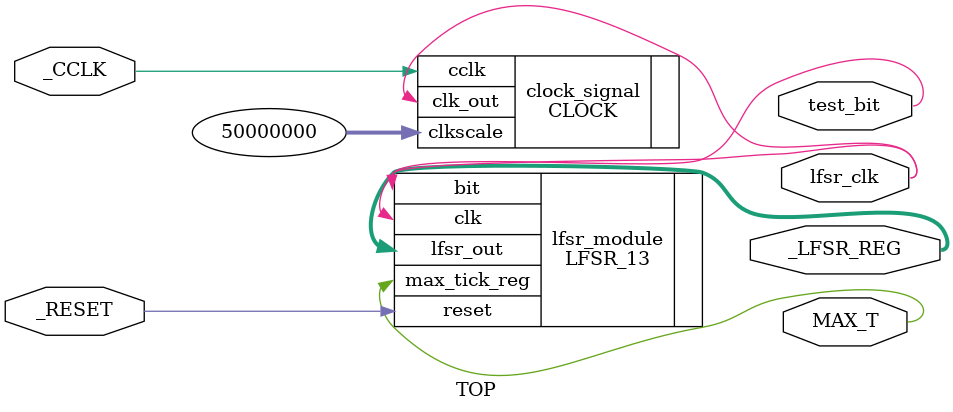
<source format=v>
module TOP
    (
    //I/O:
    input wire _CCLK, _RESET,
    output wire MAX_T, 
    output wire [12:0] _LFSR_REG,
    output wire test_bit,lfsr_clk
    );
    
    //INSTANTIATING CLOCK MODULE
    CLOCK clock_signal (.cclk(_CCLK), .clkscale(50000000), .clk_out(lfsr_clk));
    //INSTANTIATING LFSR MODULE
    LFSR_13 lfsr_module (.clk(lfsr_clk), .reset(_RESET), .lfsr_out(_LFSR_REG), .max_tick_reg(MAX_T),
                         .bit(test_bit));
   
endmodule

</source>
